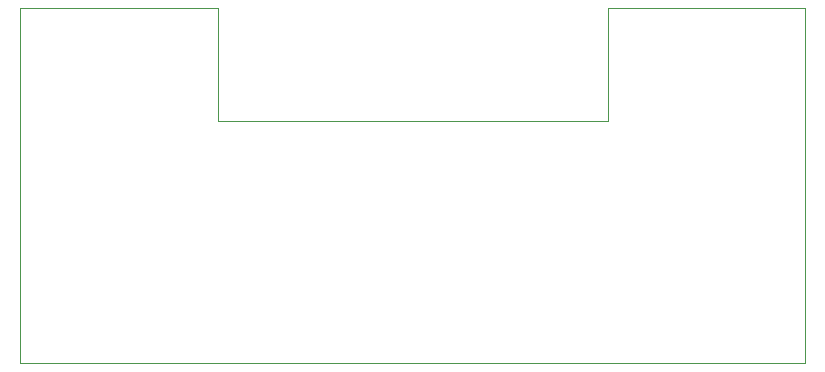
<source format=gbr>
%TF.GenerationSoftware,KiCad,Pcbnew,(5.1.10)-1*%
%TF.CreationDate,2022-06-08T22:38:54-05:00*%
%TF.ProjectId,GBOYBackController,47424f59-4261-4636-9b43-6f6e74726f6c,rev?*%
%TF.SameCoordinates,Original*%
%TF.FileFunction,Profile,NP*%
%FSLAX46Y46*%
G04 Gerber Fmt 4.6, Leading zero omitted, Abs format (unit mm)*
G04 Created by KiCad (PCBNEW (5.1.10)-1) date 2022-06-08 22:38:54*
%MOMM*%
%LPD*%
G01*
G04 APERTURE LIST*
%TA.AperFunction,Profile*%
%ADD10C,0.050000*%
%TD*%
G04 APERTURE END LIST*
D10*
X132750000Y-83500000D02*
X165750000Y-83500000D01*
X132750000Y-74000000D02*
X132750000Y-83500000D01*
X116000000Y-74000000D02*
X132750000Y-74000000D01*
X116000000Y-104000000D02*
X116000000Y-74000000D01*
X165750000Y-74000000D02*
X165750000Y-83500000D01*
X182500000Y-74000000D02*
X165750000Y-74000000D01*
X182500000Y-104000000D02*
X182500000Y-74000000D01*
X116000000Y-104000000D02*
X182500000Y-104000000D01*
M02*

</source>
